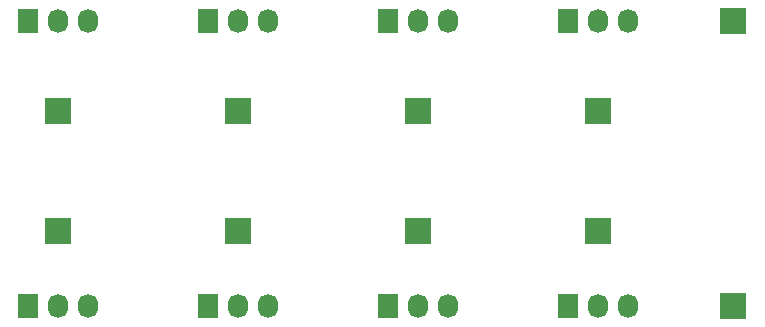
<source format=gbr>
G04 #@! TF.FileFunction,Copper,L2,Bot,Signal*
%FSLAX46Y46*%
G04 Gerber Fmt 4.6, Leading zero omitted, Abs format (unit mm)*
G04 Created by KiCad (PCBNEW 4.0.4-stable) date Friday, November 04, 2016 'PMt' 11:06:29 PM*
%MOMM*%
%LPD*%
G01*
G04 APERTURE LIST*
%ADD10C,0.100000*%
%ADD11R,2.235200X2.235200*%
%ADD12R,1.727200X2.032000*%
%ADD13O,1.727200X2.032000*%
G04 APERTURE END LIST*
D10*
D11*
X215900000Y-111760000D03*
D12*
X201930000Y-111760000D03*
D13*
X204470000Y-111760000D03*
X207010000Y-111760000D03*
D11*
X204470000Y-105410000D03*
D12*
X186690000Y-111760000D03*
D13*
X189230000Y-111760000D03*
X191770000Y-111760000D03*
D11*
X189230000Y-105410000D03*
D12*
X171450000Y-111760000D03*
D13*
X173990000Y-111760000D03*
X176530000Y-111760000D03*
D11*
X173990000Y-105410000D03*
D12*
X156210000Y-111760000D03*
D13*
X158750000Y-111760000D03*
X161290000Y-111760000D03*
D11*
X158750000Y-105410000D03*
D12*
X201930000Y-87630000D03*
D13*
X204470000Y-87630000D03*
X207010000Y-87630000D03*
D11*
X204470000Y-95250000D03*
D12*
X186690000Y-87630000D03*
D13*
X189230000Y-87630000D03*
X191770000Y-87630000D03*
D11*
X189230000Y-95250000D03*
D12*
X171450000Y-87630000D03*
D13*
X173990000Y-87630000D03*
X176530000Y-87630000D03*
D11*
X173990000Y-95250000D03*
D12*
X156210000Y-87630000D03*
D13*
X158750000Y-87630000D03*
X161290000Y-87630000D03*
D11*
X158750000Y-95250000D03*
X215900000Y-87630000D03*
M02*

</source>
